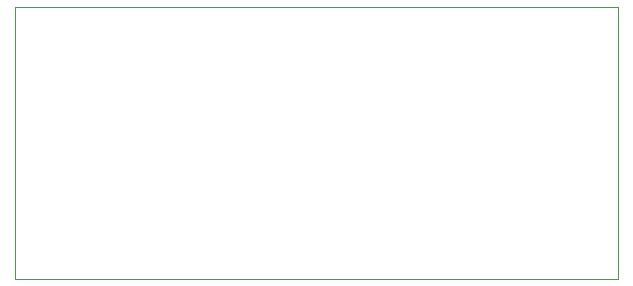
<source format=gbr>
%TF.GenerationSoftware,KiCad,Pcbnew,8.0.2*%
%TF.CreationDate,2024-12-11T15:18:32+01:00*%
%TF.ProjectId,rsr232-iso,72737232-3332-42d6-9973-6f2e6b696361,rev?*%
%TF.SameCoordinates,Original*%
%TF.FileFunction,Profile,NP*%
%FSLAX46Y46*%
G04 Gerber Fmt 4.6, Leading zero omitted, Abs format (unit mm)*
G04 Created by KiCad (PCBNEW 8.0.2) date 2024-12-11 15:18:32*
%MOMM*%
%LPD*%
G01*
G04 APERTURE LIST*
%TA.AperFunction,Profile*%
%ADD10C,0.050000*%
%TD*%
G04 APERTURE END LIST*
D10*
X124512400Y-106844800D02*
X175512400Y-106844800D01*
X175512400Y-129844800D01*
X124512400Y-129844800D01*
X124512400Y-106844800D01*
M02*

</source>
